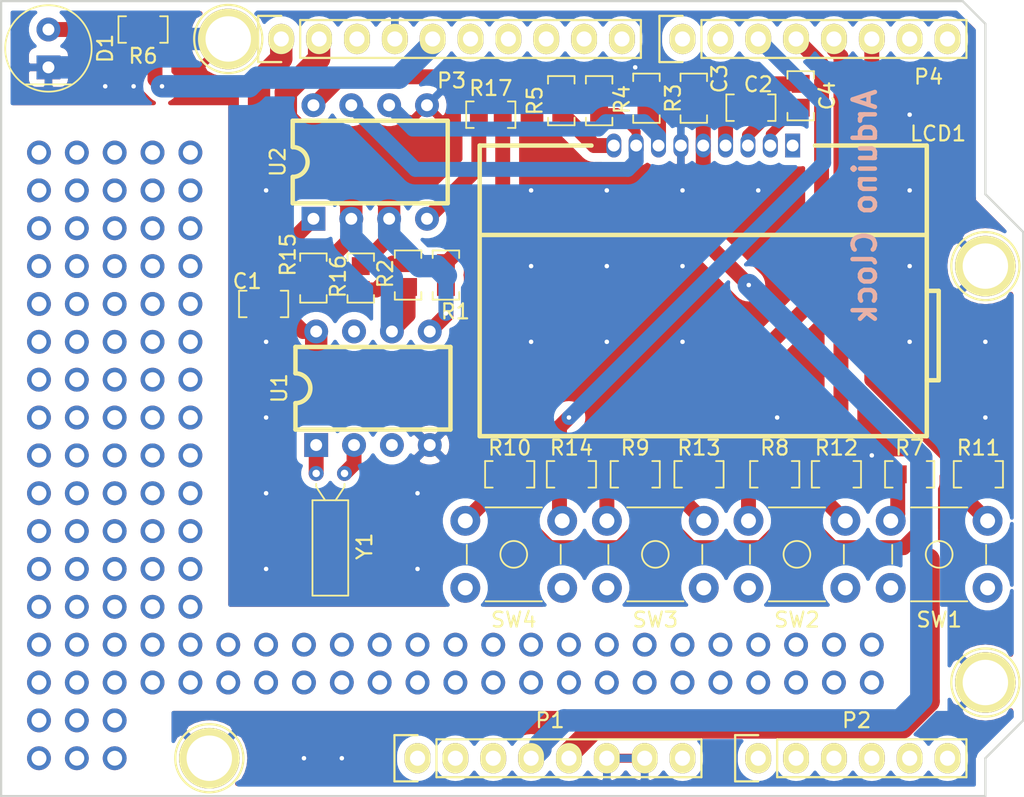
<source format=kicad_pcb>
(kicad_pcb (version 20171130) (host pcbnew "(5.1.12)-1")
  (layers (0 F.Cu signal) (31 B.Cu signal) (36 B.SilkS user) (37 F.SilkS user) (38 B.Mask user) (39 F.Mask user) (44 Edge.Cuts user))
  (net 0 "")
  (net 1 GND)
  (net 2 +5V)
  (net 3 "Net-(C2-Pad1)")
  (net 4 "Net-(C2-Pad2)")
  (net 5 "Net-(C4-Pad1)")
  (net 6 "Net-(D1-Pad2)")
  (net 7 "Net-(LCD1-Pad1)")
  (net 8 "/A5(SCL)")
  (net 9 "/A4(SDA)")
  (net 10 "Net-(LCD1-Pad9)")
  (net 11 /Vin)
  (net 12 +3V3)
  (net 13 /Reset)
  (net 14 /IOREF)
  (net 15 "Net-(P1-Pad1)")
  (net 16 /A5)
  (net 17 /A4)
  (net 18 /A3)
  (net 19 /A2)
  (net 20 /A1)
  (net 21 /A0)
  (net 22 /8)
  (net 23 "/9(**)")
  (net 24 "/10(**/SS)")
  (net 25 "/11(**/MOSI)")
  (net 26 "/12(MISO)")
  (net 27 "/13(SCK)")
  (net 28 /AREF)
  (net 29 "/0(Rx)")
  (net 30 "/1(Tx)")
  (net 31 /2)
  (net 32 "/3(**)")
  (net 33 /4)
  (net 34 "/5(**)")
  (net 35 "/6(**)")
  (net 36 /7)
  (net 37 "Net-(U1-Pad1)")
  (net 38 "Net-(U1-Pad2)")
  (net 39 "Net-(U1-Pad3)")
  (net 40 "Net-(U1-Pad7)")
  (net 41 "Net-(LCD1-Pad8)")
  (net 42 "Net-(LCD1-Pad7)")
  (net 43 "Net-(R7-Pad1)")
  (net 44 "Net-(R8-Pad1)")
  (net 45 "Net-(R9-Pad2)")
  (net 46 "Net-(R10-Pad2)")
  (net 47 "Net-(R17-Pad2)")
  (module kicad_add:lcd_AQM0802A-RN-GBW (layer F.Cu) (at 167.9336 82.5279 180)
    (fp_text reference LCD1 (at -15.755 0.8) (layer F.SilkS))
    (fp_text value AQM0802A-RN-GBW)
    (pad 9 thru_hole oval (at 6 0 180) (size 1 1.6) (drill 0.8) (layers *.Cu *.Mask) (net 10 "Net-(LCD1-Pad9)"))
    (pad 8 thru_hole oval (at 4.5 0 180) (size 1 1.6) (drill 0.8) (layers *.Cu *.Mask) (net 41 "Net-(LCD1-Pad8)"))
    (pad 7 thru_hole oval (at 3 0 180) (size 1 1.6) (drill 0.8) (layers *.Cu *.Mask) (net 42 "Net-(LCD1-Pad7)"))
    (pad 6 thru_hole oval (at 1.5 0 180) (size 1 1.6) (drill 0.8) (layers *.Cu *.Mask) (net 1 GND))
    (pad 5 thru_hole oval (at 0 0 180) (size 1 1.6) (drill 0.8) (layers *.Cu *.Mask) (net 12 +3V3))
    (pad 4 thru_hole oval (at -1.5 0 180) (size 1 1.6) (drill 0.8) (layers *.Cu *.Mask) (net 4 "Net-(C2-Pad2)"))
    (pad 3 thru_hole oval (at -3 0 180) (size 1 1.6) (drill 0.8) (layers *.Cu *.Mask) (net 3 "Net-(C2-Pad1)"))
    (pad 2 thru_hole oval (at -4.5 0 180) (size 1 1.6) (drill 0.8) (layers *.Cu *.Mask) (net 5 "Net-(C4-Pad1)"))
    (pad 1 thru_hole rect (at -6 0 180) (size 1 1.6) (drill 0.8) (layers *.Cu *.Mask) (net 7 "Net-(LCD1-Pad1)"))
  )
  (module kicad_arduino_LCD:Universal (layer F.Cu) (at 128.4436 121.0979)
    (fp_text reference REF** hide)
    (fp_text value Universal hide)
    (pad 1 thru_hole circle (at 0 0) (size 1.6 1.6) (drill 1) (layers *.Cu *.Mask))
  )
  (module kicad_arduino_LCD:Universal (layer F.Cu) (at 128.4436 123.6379)
    (fp_text reference REF** hide)
    (fp_text value Universal hide)
    (pad 1 thru_hole circle (at 0 0) (size 1.6 1.6) (drill 1) (layers *.Cu *.Mask))
  )
  (module kicad_arduino_LCD:Universal (layer F.Cu) (at 125.9036 121.0979)
    (fp_text reference REF** hide)
    (fp_text value Universal hide)
    (pad 1 thru_hole circle (at 0 0) (size 1.6 1.6) (drill 1) (layers *.Cu *.Mask))
  )
  (module kicad_arduino_LCD:Universal (layer F.Cu) (at 125.9036 123.6379)
    (fp_text reference REF** hide)
    (fp_text value Universal hide)
    (pad 1 thru_hole circle (at 0 0) (size 1.6 1.6) (drill 1) (layers *.Cu *.Mask))
  )
  (module kicad_arduino_LCD:Universal (layer F.Cu) (at 123.3636 121.0979)
    (fp_text reference REF** hide)
    (fp_text value Universal hide)
    (pad 1 thru_hole circle (at 0 0) (size 1.6 1.6) (drill 1) (layers *.Cu *.Mask))
  )
  (module kicad_arduino_LCD:Universal (layer F.Cu) (at 123.3636 123.6379)
    (fp_text reference REF** hide)
    (fp_text value Universal hide)
    (pad 1 thru_hole circle (at 0 0) (size 1.6 1.6) (drill 1) (layers *.Cu *.Mask))
  )
  (module kicad_arduino_LCD:Universal (layer F.Cu) (at 179.2436 116.0179)
    (fp_text reference REF** hide)
    (fp_text value Universal hide)
    (pad 1 thru_hole circle (at 0 0) (size 1.6 1.6) (drill 1) (layers *.Cu *.Mask))
  )
  (module kicad_arduino_LCD:Universal (layer F.Cu) (at 179.2436 118.5579)
    (fp_text reference REF** hide)
    (fp_text value Universal hide)
    (pad 1 thru_hole circle (at 0 0) (size 1.6 1.6) (drill 1) (layers *.Cu *.Mask))
  )
  (module kicad_arduino_LCD:Universal (layer F.Cu) (at 176.7036 116.0179)
    (fp_text reference REF** hide)
    (fp_text value Universal hide)
    (pad 1 thru_hole circle (at 0 0) (size 1.6 1.6) (drill 1) (layers *.Cu *.Mask))
  )
  (module kicad_arduino_LCD:Universal (layer F.Cu) (at 174.1636 118.5579)
    (fp_text reference REF** hide)
    (fp_text value Universal hide)
    (pad 1 thru_hole circle (at 0 0) (size 1.6 1.6) (drill 1) (layers *.Cu *.Mask))
  )
  (module kicad_arduino_LCD:Universal (layer F.Cu) (at 176.7036 118.5579)
    (fp_text reference REF** hide)
    (fp_text value Universal hide)
    (pad 1 thru_hole circle (at 0 0) (size 1.6 1.6) (drill 1) (layers *.Cu *.Mask))
  )
  (module kicad_arduino_LCD:Universal (layer F.Cu) (at 174.1636 116.0179)
    (fp_text reference REF** hide)
    (fp_text value Universal hide)
    (pad 1 thru_hole circle (at 0 0) (size 1.6 1.6) (drill 1) (layers *.Cu *.Mask))
  )
  (module kicad_arduino_LCD:Universal (layer F.Cu) (at 169.0836 118.5579)
    (fp_text reference REF** hide)
    (fp_text value Universal hide)
    (pad 1 thru_hole circle (at 0 0) (size 1.6 1.6) (drill 1) (layers *.Cu *.Mask))
  )
  (module kicad_arduino_LCD:Universal (layer F.Cu) (at 161.4636 118.5579)
    (fp_text reference REF** hide)
    (fp_text value Universal hide)
    (pad 1 thru_hole circle (at 0 0) (size 1.6 1.6) (drill 1) (layers *.Cu *.Mask))
  )
  (module kicad_arduino_LCD:Universal (layer F.Cu) (at 171.6236 118.5579)
    (fp_text reference REF** hide)
    (fp_text value Universal hide)
    (pad 1 thru_hole circle (at 0 0) (size 1.6 1.6) (drill 1) (layers *.Cu *.Mask))
  )
  (module kicad_arduino_LCD:Universal (layer F.Cu) (at 164.0036 118.5579)
    (fp_text reference REF** hide)
    (fp_text value Universal hide)
    (pad 1 thru_hole circle (at 0 0) (size 1.6 1.6) (drill 1) (layers *.Cu *.Mask))
  )
  (module kicad_arduino_LCD:Universal (layer F.Cu) (at 166.5436 118.5579)
    (fp_text reference REF** hide)
    (fp_text value Universal hide)
    (pad 1 thru_hole circle (at 0 0) (size 1.6 1.6) (drill 1) (layers *.Cu *.Mask))
  )
  (module kicad_arduino_LCD:Universal (layer F.Cu) (at 169.0836 116.0179)
    (fp_text reference REF** hide)
    (fp_text value Universal hide)
    (pad 1 thru_hole circle (at 0 0) (size 1.6 1.6) (drill 1) (layers *.Cu *.Mask))
  )
  (module kicad_arduino_LCD:Universal (layer F.Cu) (at 161.4636 116.0179)
    (fp_text reference REF** hide)
    (fp_text value Universal hide)
    (pad 1 thru_hole circle (at 0 0) (size 1.6 1.6) (drill 1) (layers *.Cu *.Mask))
  )
  (module kicad_arduino_LCD:Universal (layer F.Cu) (at 171.6236 116.0179)
    (fp_text reference REF** hide)
    (fp_text value Universal hide)
    (pad 1 thru_hole circle (at 0 0) (size 1.6 1.6) (drill 1) (layers *.Cu *.Mask))
  )
  (module kicad_arduino_LCD:Universal (layer F.Cu) (at 164.0036 116.0179)
    (fp_text reference REF** hide)
    (fp_text value Universal hide)
    (pad 1 thru_hole circle (at 0 0) (size 1.6 1.6) (drill 1) (layers *.Cu *.Mask))
  )
  (module kicad_arduino_LCD:Universal (layer F.Cu) (at 166.5436 116.0179)
    (fp_text reference REF** hide)
    (fp_text value Universal hide)
    (pad 1 thru_hole circle (at 0 0) (size 1.6 1.6) (drill 1) (layers *.Cu *.Mask))
  )
  (module kicad_arduino_LCD:Universal (layer F.Cu) (at 156.3836 118.5579)
    (fp_text reference REF** hide)
    (fp_text value Universal hide)
    (pad 1 thru_hole circle (at 0 0) (size 1.6 1.6) (drill 1) (layers *.Cu *.Mask))
  )
  (module kicad_arduino_LCD:Universal (layer F.Cu) (at 148.7636 118.5579)
    (fp_text reference REF** hide)
    (fp_text value Universal hide)
    (pad 1 thru_hole circle (at 0 0) (size 1.6 1.6) (drill 1) (layers *.Cu *.Mask))
  )
  (module kicad_arduino_LCD:Universal (layer F.Cu) (at 158.9236 118.5579)
    (fp_text reference REF** hide)
    (fp_text value Universal hide)
    (pad 1 thru_hole circle (at 0 0) (size 1.6 1.6) (drill 1) (layers *.Cu *.Mask))
  )
  (module kicad_arduino_LCD:Universal (layer F.Cu) (at 151.3036 118.5579)
    (fp_text reference REF** hide)
    (fp_text value Universal hide)
    (pad 1 thru_hole circle (at 0 0) (size 1.6 1.6) (drill 1) (layers *.Cu *.Mask))
  )
  (module kicad_arduino_LCD:Universal (layer F.Cu) (at 153.8436 118.5579)
    (fp_text reference REF** hide)
    (fp_text value Universal hide)
    (pad 1 thru_hole circle (at 0 0) (size 1.6 1.6) (drill 1) (layers *.Cu *.Mask))
  )
  (module kicad_arduino_LCD:Universal (layer F.Cu) (at 156.3836 116.0179)
    (fp_text reference REF** hide)
    (fp_text value Universal hide)
    (pad 1 thru_hole circle (at 0 0) (size 1.6 1.6) (drill 1) (layers *.Cu *.Mask))
  )
  (module kicad_arduino_LCD:Universal (layer F.Cu) (at 148.7636 116.0179)
    (fp_text reference REF** hide)
    (fp_text value Universal hide)
    (pad 1 thru_hole circle (at 0 0) (size 1.6 1.6) (drill 1) (layers *.Cu *.Mask))
  )
  (module kicad_arduino_LCD:Universal (layer F.Cu) (at 158.9236 116.0179)
    (fp_text reference REF** hide)
    (fp_text value Universal hide)
    (pad 1 thru_hole circle (at 0 0) (size 1.6 1.6) (drill 1) (layers *.Cu *.Mask))
  )
  (module kicad_arduino_LCD:Universal (layer F.Cu) (at 151.3036 116.0179)
    (fp_text reference REF** hide)
    (fp_text value Universal hide)
    (pad 1 thru_hole circle (at 0 0) (size 1.6 1.6) (drill 1) (layers *.Cu *.Mask))
  )
  (module kicad_arduino_LCD:Universal (layer F.Cu) (at 153.8436 116.0179)
    (fp_text reference REF** hide)
    (fp_text value Universal hide)
    (pad 1 thru_hole circle (at 0 0) (size 1.6 1.6) (drill 1) (layers *.Cu *.Mask))
  )
  (module kicad_arduino_LCD:Universal (layer F.Cu) (at 143.6836 118.5579)
    (fp_text reference REF** hide)
    (fp_text value Universal hide)
    (pad 1 thru_hole circle (at 0 0) (size 1.6 1.6) (drill 1) (layers *.Cu *.Mask))
  )
  (module kicad_arduino_LCD:Universal (layer F.Cu) (at 136.0636 118.5579)
    (fp_text reference REF** hide)
    (fp_text value Universal hide)
    (pad 1 thru_hole circle (at 0 0) (size 1.6 1.6) (drill 1) (layers *.Cu *.Mask))
  )
  (module kicad_arduino_LCD:Universal (layer F.Cu) (at 146.2236 118.5579)
    (fp_text reference REF** hide)
    (fp_text value Universal hide)
    (pad 1 thru_hole circle (at 0 0) (size 1.6 1.6) (drill 1) (layers *.Cu *.Mask))
  )
  (module kicad_arduino_LCD:Universal (layer F.Cu) (at 138.6036 118.5579)
    (fp_text reference REF** hide)
    (fp_text value Universal hide)
    (pad 1 thru_hole circle (at 0 0) (size 1.6 1.6) (drill 1) (layers *.Cu *.Mask))
  )
  (module kicad_arduino_LCD:Universal (layer F.Cu) (at 141.1436 118.5579)
    (fp_text reference REF** hide)
    (fp_text value Universal hide)
    (pad 1 thru_hole circle (at 0 0) (size 1.6 1.6) (drill 1) (layers *.Cu *.Mask))
  )
  (module kicad_arduino_LCD:Universal (layer F.Cu) (at 143.6836 116.0179)
    (fp_text reference REF** hide)
    (fp_text value Universal hide)
    (pad 1 thru_hole circle (at 0 0) (size 1.6 1.6) (drill 1) (layers *.Cu *.Mask))
  )
  (module kicad_arduino_LCD:Universal (layer F.Cu) (at 136.0636 116.0179)
    (fp_text reference REF** hide)
    (fp_text value Universal hide)
    (pad 1 thru_hole circle (at 0 0) (size 1.6 1.6) (drill 1) (layers *.Cu *.Mask))
  )
  (module kicad_arduino_LCD:Universal (layer F.Cu) (at 146.2236 116.0179)
    (fp_text reference REF** hide)
    (fp_text value Universal hide)
    (pad 1 thru_hole circle (at 0 0) (size 1.6 1.6) (drill 1) (layers *.Cu *.Mask))
  )
  (module kicad_arduino_LCD:Universal (layer F.Cu) (at 138.6036 116.0179)
    (fp_text reference REF** hide)
    (fp_text value Universal hide)
    (pad 1 thru_hole circle (at 0 0) (size 1.6 1.6) (drill 1) (layers *.Cu *.Mask))
  )
  (module kicad_arduino_LCD:Universal (layer F.Cu) (at 141.1436 116.0179)
    (fp_text reference REF** hide)
    (fp_text value Universal hide)
    (pad 1 thru_hole circle (at 0 0) (size 1.6 1.6) (drill 1) (layers *.Cu *.Mask))
  )
  (module kicad_arduino_LCD:Universal (layer F.Cu) (at 130.9836 118.5579)
    (fp_text reference REF** hide)
    (fp_text value Universal hide)
    (pad 1 thru_hole circle (at 0 0) (size 1.6 1.6) (drill 1) (layers *.Cu *.Mask))
  )
  (module kicad_arduino_LCD:Universal (layer F.Cu) (at 123.3636 118.5579)
    (fp_text reference REF** hide)
    (fp_text value Universal hide)
    (pad 1 thru_hole circle (at 0 0) (size 1.6 1.6) (drill 1) (layers *.Cu *.Mask))
  )
  (module kicad_arduino_LCD:Universal (layer F.Cu) (at 133.5236 118.5579)
    (fp_text reference REF** hide)
    (fp_text value Universal hide)
    (pad 1 thru_hole circle (at 0 0) (size 1.6 1.6) (drill 1) (layers *.Cu *.Mask))
  )
  (module kicad_arduino_LCD:Universal (layer F.Cu) (at 125.9036 118.5579)
    (fp_text reference REF** hide)
    (fp_text value Universal hide)
    (pad 1 thru_hole circle (at 0 0) (size 1.6 1.6) (drill 1) (layers *.Cu *.Mask))
  )
  (module kicad_arduino_LCD:Universal (layer F.Cu) (at 128.4436 118.5579)
    (fp_text reference REF** hide)
    (fp_text value Universal hide)
    (pad 1 thru_hole circle (at 0 0) (size 1.6 1.6) (drill 1) (layers *.Cu *.Mask))
  )
  (module kicad_arduino_LCD:Universal (layer F.Cu) (at 130.9836 116.0179)
    (fp_text reference REF** hide)
    (fp_text value Universal hide)
    (pad 1 thru_hole circle (at 0 0) (size 1.6 1.6) (drill 1) (layers *.Cu *.Mask))
  )
  (module kicad_arduino_LCD:Universal (layer F.Cu) (at 123.3636 116.0179)
    (fp_text reference REF** hide)
    (fp_text value Universal hide)
    (pad 1 thru_hole circle (at 0 0) (size 1.6 1.6) (drill 1) (layers *.Cu *.Mask))
  )
  (module kicad_arduino_LCD:Universal (layer F.Cu) (at 133.5236 116.0179)
    (fp_text reference REF** hide)
    (fp_text value Universal hide)
    (pad 1 thru_hole circle (at 0 0) (size 1.6 1.6) (drill 1) (layers *.Cu *.Mask))
  )
  (module kicad_arduino_LCD:Universal (layer F.Cu) (at 125.9036 116.0179)
    (fp_text reference REF** hide)
    (fp_text value Universal hide)
    (pad 1 thru_hole circle (at 0 0) (size 1.6 1.6) (drill 1) (layers *.Cu *.Mask))
  )
  (module kicad_arduino_LCD:Universal (layer F.Cu) (at 128.4436 116.0179)
    (fp_text reference REF** hide)
    (fp_text value Universal hide)
    (pad 1 thru_hole circle (at 0 0) (size 1.6 1.6) (drill 1) (layers *.Cu *.Mask))
  )
  (module kicad_arduino_LCD:Universal (layer F.Cu) (at 130.9836 113.4779)
    (fp_text reference REF** hide)
    (fp_text value Universal hide)
    (pad 1 thru_hole circle (at 0 0) (size 1.6 1.6) (drill 1) (layers *.Cu *.Mask))
  )
  (module kicad_arduino_LCD:Universal (layer F.Cu) (at 123.3636 113.4779)
    (fp_text reference REF** hide)
    (fp_text value Universal hide)
    (pad 1 thru_hole circle (at 0 0) (size 1.6 1.6) (drill 1) (layers *.Cu *.Mask))
  )
  (module kicad_arduino_LCD:Universal (layer F.Cu) (at 133.5236 113.4779)
    (fp_text reference REF** hide)
    (fp_text value Universal hide)
    (pad 1 thru_hole circle (at 0 0) (size 1.6 1.6) (drill 1) (layers *.Cu *.Mask))
  )
  (module kicad_arduino_LCD:Universal (layer F.Cu) (at 125.9036 113.4779)
    (fp_text reference REF** hide)
    (fp_text value Universal hide)
    (pad 1 thru_hole circle (at 0 0) (size 1.6 1.6) (drill 1) (layers *.Cu *.Mask))
  )
  (module kicad_arduino_LCD:Universal (layer F.Cu) (at 128.4436 113.4779)
    (fp_text reference REF** hide)
    (fp_text value Universal hide)
    (pad 1 thru_hole circle (at 0 0) (size 1.6 1.6) (drill 1) (layers *.Cu *.Mask))
  )
  (module kicad_arduino_LCD:Universal (layer F.Cu) (at 130.9836 110.9379)
    (fp_text reference REF** hide)
    (fp_text value Universal hide)
    (pad 1 thru_hole circle (at 0 0) (size 1.6 1.6) (drill 1) (layers *.Cu *.Mask))
  )
  (module kicad_arduino_LCD:Universal (layer F.Cu) (at 123.3636 110.9379)
    (fp_text reference REF** hide)
    (fp_text value Universal hide)
    (pad 1 thru_hole circle (at 0 0) (size 1.6 1.6) (drill 1) (layers *.Cu *.Mask))
  )
  (module kicad_arduino_LCD:Universal (layer F.Cu) (at 133.5236 110.9379)
    (fp_text reference REF** hide)
    (fp_text value Universal hide)
    (pad 1 thru_hole circle (at 0 0) (size 1.6 1.6) (drill 1) (layers *.Cu *.Mask))
  )
  (module kicad_arduino_LCD:Universal (layer F.Cu) (at 125.9036 110.9379)
    (fp_text reference REF** hide)
    (fp_text value Universal hide)
    (pad 1 thru_hole circle (at 0 0) (size 1.6 1.6) (drill 1) (layers *.Cu *.Mask))
  )
  (module kicad_arduino_LCD:Universal (layer F.Cu) (at 128.4436 110.9379)
    (fp_text reference REF** hide)
    (fp_text value Universal hide)
    (pad 1 thru_hole circle (at 0 0) (size 1.6 1.6) (drill 1) (layers *.Cu *.Mask))
  )
  (module kicad_arduino_LCD:Universal (layer F.Cu) (at 130.9836 108.3979)
    (fp_text reference REF** hide)
    (fp_text value Universal hide)
    (pad 1 thru_hole circle (at 0 0) (size 1.6 1.6) (drill 1) (layers *.Cu *.Mask))
  )
  (module kicad_arduino_LCD:Universal (layer F.Cu) (at 123.3636 108.3979)
    (fp_text reference REF** hide)
    (fp_text value Universal hide)
    (pad 1 thru_hole circle (at 0 0) (size 1.6 1.6) (drill 1) (layers *.Cu *.Mask))
  )
  (module kicad_arduino_LCD:Universal (layer F.Cu) (at 133.5236 108.3979)
    (fp_text reference REF** hide)
    (fp_text value Universal hide)
    (pad 1 thru_hole circle (at 0 0) (size 1.6 1.6) (drill 1) (layers *.Cu *.Mask))
  )
  (module kicad_arduino_LCD:Universal (layer F.Cu) (at 125.9036 108.3979)
    (fp_text reference REF** hide)
    (fp_text value Universal hide)
    (pad 1 thru_hole circle (at 0 0) (size 1.6 1.6) (drill 1) (layers *.Cu *.Mask))
  )
  (module kicad_arduino_LCD:Universal (layer F.Cu) (at 128.4436 108.3979)
    (fp_text reference REF** hide)
    (fp_text value Universal hide)
    (pad 1 thru_hole circle (at 0 0) (size 1.6 1.6) (drill 1) (layers *.Cu *.Mask))
  )
  (module kicad_arduino_LCD:Universal (layer F.Cu) (at 130.9836 105.8579)
    (fp_text reference REF** hide)
    (fp_text value Universal hide)
    (pad 1 thru_hole circle (at 0 0) (size 1.6 1.6) (drill 1) (layers *.Cu *.Mask))
  )
  (module kicad_arduino_LCD:Universal (layer F.Cu) (at 123.3636 105.8579)
    (fp_text reference REF** hide)
    (fp_text value Universal hide)
    (pad 1 thru_hole circle (at 0 0) (size 1.6 1.6) (drill 1) (layers *.Cu *.Mask))
  )
  (module kicad_arduino_LCD:Universal (layer F.Cu) (at 133.5236 105.8579)
    (fp_text reference REF** hide)
    (fp_text value Universal hide)
    (pad 1 thru_hole circle (at 0 0) (size 1.6 1.6) (drill 1) (layers *.Cu *.Mask))
  )
  (module kicad_arduino_LCD:Universal (layer F.Cu) (at 125.9036 105.8579)
    (fp_text reference REF** hide)
    (fp_text value Universal hide)
    (pad 1 thru_hole circle (at 0 0) (size 1.6 1.6) (drill 1) (layers *.Cu *.Mask))
  )
  (module kicad_arduino_LCD:Universal (layer F.Cu) (at 128.4436 105.8579)
    (fp_text reference REF** hide)
    (fp_text value Universal hide)
    (pad 1 thru_hole circle (at 0 0) (size 1.6 1.6) (drill 1) (layers *.Cu *.Mask))
  )
  (module kicad_arduino_LCD:Universal (layer F.Cu) (at 130.9836 103.3179)
    (fp_text reference REF** hide)
    (fp_text value Universal hide)
    (pad 1 thru_hole circle (at 0 0) (size 1.6 1.6) (drill 1) (layers *.Cu *.Mask))
  )
  (module kicad_arduino_LCD:Universal (layer F.Cu) (at 123.3636 103.3179)
    (fp_text reference REF** hide)
    (fp_text value Universal hide)
    (pad 1 thru_hole circle (at 0 0) (size 1.6 1.6) (drill 1) (layers *.Cu *.Mask))
  )
  (module kicad_arduino_LCD:Universal (layer F.Cu) (at 133.5236 103.3179)
    (fp_text reference REF** hide)
    (fp_text value Universal hide)
    (pad 1 thru_hole circle (at 0 0) (size 1.6 1.6) (drill 1) (layers *.Cu *.Mask))
  )
  (module kicad_arduino_LCD:Universal (layer F.Cu) (at 125.9036 103.3179)
    (fp_text reference REF** hide)
    (fp_text value Universal hide)
    (pad 1 thru_hole circle (at 0 0) (size 1.6 1.6) (drill 1) (layers *.Cu *.Mask))
  )
  (module kicad_arduino_LCD:Universal (layer F.Cu) (at 128.4436 103.3179)
    (fp_text reference REF** hide)
    (fp_text value Universal hide)
    (pad 1 thru_hole circle (at 0 0) (size 1.6 1.6) (drill 1) (layers *.Cu *.Mask))
  )
  (module kicad_arduino_LCD:Universal (layer F.Cu) (at 130.9836 100.7779)
    (fp_text reference REF** hide)
    (fp_text value Universal hide)
    (pad 1 thru_hole circle (at 0 0) (size 1.6 1.6) (drill 1) (layers *.Cu *.Mask))
  )
  (module kicad_arduino_LCD:Universal (layer F.Cu) (at 123.3636 100.7779)
    (fp_text reference REF** hide)
    (fp_text value Universal hide)
    (pad 1 thru_hole circle (at 0 0) (size 1.6 1.6) (drill 1) (layers *.Cu *.Mask))
  )
  (module kicad_arduino_LCD:Universal (layer F.Cu) (at 133.5236 100.7779)
    (fp_text reference REF** hide)
    (fp_text value Universal hide)
    (pad 1 thru_hole circle (at 0 0) (size 1.6 1.6) (drill 1) (layers *.Cu *.Mask))
  )
  (module kicad_arduino_LCD:Universal (layer F.Cu) (at 125.9036 100.7779)
    (fp_text reference REF** hide)
    (fp_text value Universal hide)
    (pad 1 thru_hole circle (at 0 0) (size 1.6 1.6) (drill 1) (layers *.Cu *.Mask))
  )
  (module kicad_arduino_LCD:Universal (layer F.Cu) (at 128.4436 100.7779)
    (fp_text reference REF** hide)
    (fp_text value Universal hide)
    (pad 1 thru_hole circle (at 0 0) (size 1.6 1.6) (drill 1) (layers *.Cu *.Mask))
  )
  (module kicad_arduino_LCD:Universal (layer F.Cu) (at 130.9836 98.2379)
    (fp_text reference REF** hide)
    (fp_text value Universal hide)
    (pad 1 thru_hole circle (at 0 0) (size 1.6 1.6) (drill 1) (layers *.Cu *.Mask))
  )
  (module kicad_arduino_LCD:Universal (layer F.Cu) (at 123.3636 98.2379)
    (fp_text reference REF** hide)
    (fp_text value Universal hide)
    (pad 1 thru_hole circle (at 0 0) (size 1.6 1.6) (drill 1) (layers *.Cu *.Mask))
  )
  (module kicad_arduino_LCD:Universal (layer F.Cu) (at 133.5236 98.2379)
    (fp_text reference REF** hide)
    (fp_text value Universal hide)
    (pad 1 thru_hole circle (at 0 0) (size 1.6 1.6) (drill 1) (layers *.Cu *.Mask))
  )
  (module kicad_arduino_LCD:Universal (layer F.Cu) (at 125.9036 98.2379)
    (fp_text reference REF** hide)
    (fp_text value Universal hide)
    (pad 1 thru_hole circle (at 0 0) (size 1.6 1.6) (drill 1) (layers *.Cu *.Mask))
  )
  (module kicad_arduino_LCD:Universal (layer F.Cu) (at 128.4436 98.2379)
    (fp_text reference REF** hide)
    (fp_text value Universal hide)
    (pad 1 thru_hole circle (at 0 0) (size 1.6 1.6) (drill 1) (layers *.Cu *.Mask))
  )
  (module kicad_arduino_LCD:Universal (layer F.Cu) (at 130.9836 95.6979)
    (fp_text reference REF** hide)
    (fp_text value Universal hide)
    (pad 1 thru_hole circle (at 0 0) (size 1.6 1.6) (drill 1) (layers *.Cu *.Mask))
  )
  (module kicad_arduino_LCD:Universal (layer F.Cu) (at 123.3636 95.6979)
    (fp_text reference REF** hide)
    (fp_text value Universal hide)
    (pad 1 thru_hole circle (at 0 0) (size 1.6 1.6) (drill 1) (layers *.Cu *.Mask))
  )
  (module kicad_arduino_LCD:Universal (layer F.Cu) (at 133.5236 95.6979)
    (fp_text reference REF** hide)
    (fp_text value Universal hide)
    (pad 1 thru_hole circle (at 0 0) (size 1.6 1.6) (drill 1) (layers *.Cu *.Mask))
  )
  (module kicad_arduino_LCD:Universal (layer F.Cu) (at 125.9036 95.6979)
    (fp_text reference REF** hide)
    (fp_text value Universal hide)
    (pad 1 thru_hole circle (at 0 0) (size 1.6 1.6) (drill 1) (layers *.Cu *.Mask))
  )
  (module kicad_arduino_LCD:Universal (layer F.Cu) (at 128.4436 95.6979)
    (fp_text reference REF** hide)
    (fp_text value Universal hide)
    (pad 1 thru_hole circle (at 0 0) (size 1.6 1.6) (drill 1) (layers *.Cu *.Mask))
  )
  (module kicad_arduino_LCD:Universal (layer F.Cu) (at 130.9836 93.1579)
    (fp_text reference REF** hide)
    (fp_text value Universal hide)
    (pad 1 thru_hole circle (at 0 0) (size 1.6 1.6) (drill 1) (layers *.Cu *.Mask))
  )
  (module kicad_arduino_LCD:Universal (layer F.Cu) (at 123.3636 93.1579)
    (fp_text reference REF** hide)
    (fp_text value Universal hide)
    (pad 1 thru_hole circle (at 0 0) (size 1.6 1.6) (drill 1) (layers *.Cu *.Mask))
  )
  (module kicad_arduino_LCD:Universal (layer F.Cu) (at 133.5236 93.1579)
    (fp_text reference REF** hide)
    (fp_text value Universal hide)
    (pad 1 thru_hole circle (at 0 0) (size 1.6 1.6) (drill 1) (layers *.Cu *.Mask))
  )
  (module kicad_arduino_LCD:Universal (layer F.Cu) (at 125.9036 93.1579)
    (fp_text reference REF** hide)
    (fp_text value Universal hide)
    (pad 1 thru_hole circle (at 0 0) (size 1.6 1.6) (drill 1) (layers *.Cu *.Mask))
  )
  (module kicad_arduino_LCD:Universal (layer F.Cu) (at 128.4436 93.1579)
    (fp_text reference REF** hide)
    (fp_text value Universal hide)
    (pad 1 thru_hole circle (at 0 0) (size 1.6 1.6) (drill 1) (layers *.Cu *.Mask))
  )
  (module kicad_arduino_LCD:Universal (layer F.Cu) (at 130.9836 90.6179)
    (fp_text reference REF** hide)
    (fp_text value Universal hide)
    (pad 1 thru_hole circle (at 0 0) (size 1.6 1.6) (drill 1) (layers *.Cu *.Mask))
  )
  (module kicad_arduino_LCD:Universal (layer F.Cu) (at 123.3636 90.6179)
    (fp_text reference REF** hide)
    (fp_text value Universal hide)
    (pad 1 thru_hole circle (at 0 0) (size 1.6 1.6) (drill 1) (layers *.Cu *.Mask))
  )
  (module kicad_arduino_LCD:Universal (layer F.Cu) (at 133.5236 90.6179)
    (fp_text reference REF** hide)
    (fp_text value Universal hide)
    (pad 1 thru_hole circle (at 0 0) (size 1.6 1.6) (drill 1) (layers *.Cu *.Mask))
  )
  (module kicad_arduino_LCD:Universal (layer F.Cu) (at 125.9036 90.6179)
    (fp_text reference REF** hide)
    (fp_text value Universal hide)
    (pad 1 thru_hole circle (at 0 0) (size 1.6 1.6) (drill 1) (layers *.Cu *.Mask))
  )
  (module kicad_arduino_LCD:Universal (layer F.Cu) (at 128.4436 90.6179)
    (fp_text reference REF** hide)
    (fp_text value Universal hide)
    (pad 1 thru_hole circle (at 0 0) (size 1.6 1.6) (drill 1) (layers *.Cu *.Mask))
  )
  (module kicad_arduino_LCD:Universal (layer F.Cu) (at 130.9836 88.0779)
    (fp_text reference REF** hide)
    (fp_text value Universal hide)
    (pad 1 thru_hole circle (at 0 0) (size 1.6 1.6) (drill 1) (layers *.Cu *.Mask))
  )
  (module kicad_arduino_LCD:Universal (layer F.Cu) (at 123.3636 88.0779)
    (fp_text reference REF** hide)
    (fp_text value Universal hide)
    (pad 1 thru_hole circle (at 0 0) (size 1.6 1.6) (drill 1) (layers *.Cu *.Mask))
  )
  (module kicad_arduino_LCD:Universal (layer F.Cu) (at 133.5236 88.0779)
    (fp_text reference REF** hide)
    (fp_text value Universal hide)
    (pad 1 thru_hole circle (at 0 0) (size 1.6 1.6) (drill 1) (layers *.Cu *.Mask))
  )
  (module kicad_arduino_LCD:Universal (layer F.Cu) (at 125.9036 88.0779)
    (fp_text reference REF** hide)
    (fp_text value Universal hide)
    (pad 1 thru_hole circle (at 0 0) (size 1.6 1.6) (drill 1) (layers *.Cu *.Mask))
  )
  (module kicad_arduino_LCD:Universal (layer F.Cu) (at 128.4436 88.0779)
    (fp_text reference REF** hide)
    (fp_text value Universal hide)
    (pad 1 thru_hole circle (at 0 0) (size 1.6 1.6) (drill 1) (layers *.Cu *.Mask))
  )
  (module kicad_arduino_LCD:Universal (layer F.Cu) (at 130.9836 85.5379)
    (fp_text reference REF** hide)
    (fp_text value Universal hide)
    (pad 1 thru_hole circle (at 0 0) (size 1.6 1.6) (drill 1) (layers *.Cu *.Mask))
  )
  (module kicad_arduino_LCD:Universal (layer F.Cu) (at 123.3636 85.5379)
    (fp_text reference REF** hide)
    (fp_text value Universal hide)
    (pad 1 thru_hole circle (at 0 0) (size 1.6 1.6) (drill 1) (layers *.Cu *.Mask))
  )
  (module kicad_arduino_LCD:Universal (layer F.Cu) (at 133.5236 85.5379)
    (fp_text reference REF** hide)
    (fp_text value Universal hide)
    (pad 1 thru_hole circle (at 0 0) (size 1.6 1.6) (drill 1) (layers *.Cu *.Mask))
  )
  (module kicad_arduino_LCD:Universal (layer F.Cu) (at 125.9036 85.5379)
    (fp_text reference REF** hide)
    (fp_text value Universal hide)
    (pad 1 thru_hole circle (at 0 0) (size 1.6 1.6) (drill 1) (layers *.Cu *.Mask))
  )
  (module kicad_arduino_LCD:Universal (layer F.Cu) (at 128.4436 85.5379)
    (fp_text reference REF** hide)
    (fp_text value Universal hide)
    (pad 1 thru_hole circle (at 0 0) (size 1.6 1.6) (drill 1) (layers *.Cu *.Mask))
  )
  (module kicad_arduino_LCD:Universal (layer F.Cu) (at 133.5236 82.9979)
    (fp_text reference REF** hide)
    (fp_text value Universal hide)
    (pad 1 thru_hole circle (at 0 0) (size 1.6 1.6) (drill 1) (layers *.Cu *.Mask))
  )
  (module kicad_arduino_LCD:Universal (layer F.Cu) (at 130.9836 82.9979)
    (fp_text reference REF** hide)
    (fp_text value Universal hide)
    (pad 1 thru_hole circle (at 0 0) (size 1.6 1.6) (drill 1) (layers *.Cu *.Mask))
  )
  (module kicad_arduino_LCD:Universal (layer F.Cu) (at 128.4436 82.9979)
    (fp_text reference REF** hide)
    (fp_text value Universal hide)
    (pad 1 thru_hole circle (at 0 0) (size 1.6 1.6) (drill 1) (layers *.Cu *.Mask))
  )
  (module kicad_arduino_LCD:Universal (layer F.Cu) (at 125.9036 82.9979)
    (fp_text reference REF** hide)
    (fp_text value Universal hide)
    (pad 1 thru_hole circle (at 0 0) (size 1.6 1.6) (drill 1) (layers *.Cu *.Mask))
  )
  (module kicad_arduino_LCD:Universal (layer F.Cu) (at 123.3636 82.9979)
    (fp_text reference REF** hide)
    (fp_text value Universal hide)
    (pad 1 thru_hole circle (at 0 0) (size 1.6 1.6) (drill 1) (layers *.Cu *.Mask))
  )
  (module kicad_arduino_LCD:1608 (layer F.Cu) (at 141.7786 91.4179 90)
    (fp_text reference R15 (at 1.562 -1.7145 270) (layer F.SilkS))
    (fp_text value 10k hide)
    (pad 2 smd rect (at 0.8 0 90) (size 1.2 1.2) (layers F.Cu F.Paste F.Mask) (net 8 "/A5(SCL)"))
    (pad 1 smd rect (at -0.8 0 90) (size 1.2 1.2) (layers F.Cu F.Paste F.Mask) (net 2 +5V))
  )
  (module kicad_arduino_LCD:1608 (layer F.Cu) (at 144.9536 91.4179 90)
    (fp_text reference R16 (at 0.1015 -1.524 270) (layer F.SilkS))
    (fp_text value 10k hide)
    (pad 1 smd rect (at -0.8 0 90) (size 1.2 1.2) (layers F.Cu F.Paste F.Mask) (net 2 +5V))
    (pad 2 smd rect (at 0.8 0 90) (size 1.2 1.2) (layers F.Cu F.Paste F.Mask) (net 9 "/A4(SDA)"))
  )
  (module kicad_arduino_LCD:TactSwitch (layer F.Cu) (at 183.7636 109.9579)
    (fp_text reference SW1 (at 0 4.388) (layer F.SilkS))
    (fp_text value SW_Push_Dual_x2 hide)
    (pad 1 thru_hole circle (at -3.25 -2.25) (size 2 2) (drill 1) (layers *.Cu *.Mask) (net 43 "Net-(R7-Pad1)"))
    (pad 2 thru_hole circle (at 3.25 -2.25) (size 2 2) (drill 1) (layers *.Cu *.Mask) (net 31 /2))
    (pad 3 thru_hole circle (at -3.25 2.25) (size 2 2) (drill 1) (layers *.Cu *.Mask))
    (pad 4 thru_hole circle (at 3.25 2.25) (size 2 2) (drill 1) (layers *.Cu *.Mask))
  )
  (module Socket_Arduino_Uno:Socket_Strip_Arduino_1x08 (layer F.Cu) (at 166.5436 75.3779)
    (fp_text reference P4 (at 16.51 2.54) (layer F.SilkS))
    (fp_text value Digital)
    (pad 8 thru_hole oval (at 17.78 0) (size 1.7272 2.032) (drill 1.016) (layers *.Cu *.Mask F.SilkS) (net 29 "/0(Rx)"))
    (pad 7 thru_hole oval (at 15.24 0) (size 1.7272 2.032) (drill 1.016) (layers *.Cu *.Mask F.SilkS) (net 30 "/1(Tx)"))
    (pad 6 thru_hole oval (at 12.7 0) (size 1.7272 2.032) (drill 1.016) (layers *.Cu *.Mask F.SilkS) (net 31 /2))
    (pad 5 thru_hole oval (at 10.16 0) (size 1.7272 2.032) (drill 1.016) (layers *.Cu *.Mask F.SilkS) (net 32 "/3(**)"))
    (pad 4 thru_hole oval (at 7.62 0) (size 1.7272 2.032) (drill 1.016) (layers *.Cu *.Mask F.SilkS) (net 33 /4))
    (pad 3 thru_hole oval (at 5.08 0) (size 1.7272 2.032) (drill 1.016) (layers *.Cu *.Mask F.SilkS) (net 34 "/5(**)"))
    (pad 2 thru_hole oval (at 2.54 0) (size 1.7272 2.032) (drill 1.016) (layers *.Cu *.Mask F.SilkS) (net 35 "/6(**)"))
    (pad 1 thru_hole oval (at 0 0) (size 1.7272 2.032) (drill 1.016) (layers *.Cu *.Mask F.SilkS) (net 36 /7))
  )
  (module Socket_Arduino_Uno:Arduino_1pin (layer F.Cu) (at 186.8636 90.6179)
    (fp_text reference P8 hide)
    (fp_text value CONN_01X01 hide)
    (pad 1 thru_hole circle (at 0 0) (size 4.064 4.064) (drill 3.048) (layers *.Cu *.Mask F.SilkS) (net 1 GND))
  )
  (module Socket_Arduino_Uno:Arduino_1pin (layer F.Cu) (at 136.0636 75.3779)
    (fp_text reference P7 hide)
    (fp_text value CONN_01X01 hide)
    (pad 1 thru_hole circle (at 0 0) (size 4.064 4.064) (drill 3.048) (layers *.Cu *.Mask F.SilkS) (net 1 GND))
  )
  (module Socket_Arduino_Uno:Arduino_1pin (layer F.Cu) (at 186.8636 118.5579)
    (fp_text reference P6 hide)
    (fp_text value CONN_01X01 hide)
    (pad 1 thru_hole circle (at 0 0) (size 4.064 4.064) (drill 3.048) (layers *.Cu *.Mask F.SilkS) (net 1 GND))
  )
  (module Socket_Arduino_Uno:Socket_Strip_Arduino_1x10 (layer F.Cu) (at 139.6196 75.3779)
    (fp_text reference P3 (at 11.43 2.794) (layer F.SilkS))
    (fp_text value Digital)
    (pad 10 thru_hole oval (at 22.86 0) (size 1.7272 2.032) (drill 1.016) (layers *.Cu *.Mask F.SilkS) (net 22 /8))
    (pad 9 thru_hole oval (at 20.32 0) (size 1.7272 2.032) (drill 1.016) (layers *.Cu *.Mask F.SilkS) (net 23 "/9(**)"))
    (pad 8 thru_hole oval (at 17.78 0) (size 1.7272 2.032) (drill 1.016) (layers *.Cu *.Mask F.SilkS) (net 24 "/10(**/SS)"))
    (pad 7 thru_hole oval (at 15.24 0) (size 1.7272 2.032) (drill 1.016) (layers *.Cu *.Mask F.SilkS) (net 25 "/11(**/MOSI)"))
    (pad 6 thru_hole oval (at 12.7 0) (size 1.7272 2.032) (drill 1.016) (layers *.Cu *.Mask F.SilkS) (net 26 "/12(MISO)"))
    (pad 5 thru_hole oval (at 10.16 0) (size 1.7272 2.032) (drill 1.016) (layers *.Cu *.Mask F.SilkS) (net 27 "/13(SCK)"))
    (pad 4 thru_hole oval (at 7.62 0) (size 1.7272 2.032) (drill 1.016) (layers *.Cu *.Mask F.SilkS) (net 1 GND))
    (pad 3 thru_hole oval (at 5.08 0) (size 1.7272 2.032) (drill 1.016) (layers *.Cu *.Mask F.SilkS) (net 28 /AREF))
    (pad 2 thru_hole oval (at 2.54 0) (size 1.7272 2.032) (drill 1.016) (layers *.Cu *.Mask F.SilkS) (net 9 "/A4(SDA)"))
    (pad 1 thru_hole oval (at 0 0) (size 1.7272 2.032) (drill 1.016) (layers *.Cu *.Mask F.SilkS) (net 8 "/A5(SCL)"))
  )
  (module Socket_Arduino_Uno:Arduino_1pin (layer F.Cu) (at 134.7936 123.6379)
    (fp_text reference P5 hide)
    (fp_text value CONN_01X01 hide)
    (pad 1 thru_hole circle (at 0 0) (size 4.064 4.064) (drill 3.048) (layers *.Cu *.Mask F.SilkS) (net 1 GND))
  )
  (module Socket_Arduino_Uno:Socket_Strip_Arduino_1x06 (layer F.Cu) (at 171.6236 123.6379)
    (fp_text reference P2 (at 6.604 -2.54) (layer F.SilkS))
    (fp_text value Analog)
    (pad 6 thru_hole oval (at 12.7 0) (size 1.7272 2.032) (drill 1.016) (layers *.Cu *.Mask F.SilkS) (net 16 /A5))
    (pad 5 thru_hole oval (at 10.16 0) (size 1.7272 2.032) (drill 1.016) (layers *.Cu *.Mask F.SilkS) (net 17 /A4))
    (pad 4 thru_hole oval (at 7.62 0) (size 1.7272 2.032) (drill 1.016) (layers *.Cu *.Mask F.SilkS) (net 18 /A3))
    (pad 3 thru_hole oval (at 5.08 0) (size 1.7272 2.032) (drill 1.016) (layers *.Cu *.Mask F.SilkS) (net 19 /A2))
    (pad 2 thru_hole oval (at 2.54 0) (size 1.7272 2.032) (drill 1.016) (layers *.Cu *.Mask F.SilkS) (net 20 /A1))
    (pad 1 thru_hole oval (at 0 0) (size 1.7272 2.032) (drill 1.016) (layers *.Cu *.Mask F.SilkS) (net 21 /A0))
  )
  (module Socket_Arduino_Uno:Socket_Strip_Arduino_1x08 (layer F.Cu) (at 148.7636 123.6379)
    (fp_text reference P1 (at 8.89 -2.54) (layer F.SilkS))
    (fp_text value Power)
    (pad 8 thru_hole oval (at 17.78 0) (size 1.7272 2.032) (drill 1.016) (layers *.Cu *.Mask F.SilkS) (net 11 /Vin))
    (pad 7 thru_hole oval (at 15.24 0) (size 1.7272 2.032) (drill 1.016) (layers *.Cu *.Mask F.SilkS) (net 1 GND))
    (pad 6 thru_hole oval (at 12.7 0) (size 1.7272 2.032) (drill 1.016) (layers *.Cu *.Mask F.SilkS) (net 1 GND))
    (pad 5 thru_hole oval (at 10.16 0) (size 1.7272 2.032) (drill 1.016) (layers *.Cu *.Mask F.SilkS) (net 2 +5V))
    (pad 4 thru_hole oval (at 7.62 0) (size 1.7272 2.032) (drill 1.016) (layers *.Cu *.Mask F.SilkS) (net 12 +3V3))
    (pad 3 thru_hole oval (at 5.08 0) (size 1.7272 2.032) (drill 1.016) (layers *.Cu *.Mask F.SilkS) (net 13 /Reset))
    (pad 2 thru_hole oval (at 2.54 0) (size 1.7272 2.032) (drill 1.016) (layers *.Cu *.Mask F.SilkS) (net 14 /IOREF))
    (pad 1 thru_hole oval (at 0 0) (size 1.7272 2.032) (drill 1.016) (layers *.Cu *.Mask F.SilkS) (net 15 "Net-(P1-Pad1)"))
  )
  (module kicad_arduino_LCD:LED_5mm (layer F.Cu) (at 123.9986 76.0129 90)
    (fp_text reference D1 (at 0 3.81 90) (layer F.SilkS))
    (fp_text value "LED(RED)" hide)
    (pad 1 thru_hole rect (at -1.27 0 90) (size 1.6 1.6) (drill 0.8) (layers *.Cu *.Mask) (net 1 GND))
    (pad 2 thru_hole circle (at 1.27 0 90) (size 1.6 1.6) (drill 0.8) (layers *.Cu *.Mask) (net 6 "Net-(D1-Pad2)"))
  )
  (module kicad_arduino_LCD:1608 (layer F.Cu) (at 138.4386 93.1579)
    (fp_text reference C1 (at -1.105 -1.524) (layer F.SilkS))
    (fp_text value 0.1u hide)
    (pad 1 smd rect (at -0.8 0) (size 1.2 1.2) (layers F.Cu F.Paste F.Mask) (net 1 GND))
    (pad 2 smd rect (at 0.8 0) (size 1.2 1.2) (layers F.Cu F.Paste F.Mask) (net 2 +5V))
  )
  (module kicad_arduino_LCD:1608 (layer F.Cu) (at 171.1336 79.9879 180)
    (fp_text reference C2 (at -0.49 1.562) (layer F.SilkS))
    (fp_text value 0.1u hide)
    (pad 1 smd rect (at -0.8 0 180) (size 1.2 1.2) (layers F.Cu F.Paste F.Mask) (net 3 "Net-(C2-Pad1)"))
    (pad 2 smd rect (at 0.8 0 180) (size 1.2 1.2) (layers F.Cu F.Paste F.Mask) (net 4 "Net-(C2-Pad2)"))
  )
  (module kicad_arduino_LCD:1608 (layer F.Cu) (at 167.2986 79.3529 90)
    (fp_text reference C3 (at 1.308 1.7215 90) (layer F.SilkS))
    (fp_text value 0.1u hide)
    (pad 1 smd rect (at -0.8 0 90) (size 1.2 1.2) (layers F.Cu F.Paste F.Mask) (net 12 +3V3))
    (pad 2 smd rect (at 0.8 0 90) (size 1.2 1.2) (layers F.Cu F.Paste F.Mask) (net 1 GND))
  )
  (module kicad_arduino_LCD:1608 (layer F.Cu) (at 174.4736 79.1879 90)
    (fp_text reference C4 (at 0 1.778 90) (layer F.SilkS))
    (fp_text value 0.1u hide)
    (pad 2 smd rect (at 0.8 0 90) (size 1.2 1.2) (layers F.Cu F.Paste F.Mask) (net 12 +3V3))
    (pad 1 smd rect (at -0.8 0 90) (size 1.2 1.2) (layers F.Cu F.Paste F.Mask) (net 5 "Net-(C4-Pad1)"))
  )
  (module kicad_arduino_LCD:1608 (layer F.Cu) (at 150.6686 91.2179 270)
    (fp_text reference R1 (at 2.448 -0.635 180) (layer F.SilkS))
    (fp_text value 2k hide)
    (pad 2 smd rect (at 0.8 0 270) (size 1.2 1.2) (layers F.Cu F.Paste F.Mask) (net 9 "/A4(SDA)"))
    (pad 1 smd rect (at -0.8 0 270) (size 1.2 1.2) (layers F.Cu F.Paste F.Mask) (net 2 +5V))
  )
  (module kicad_arduino_LCD:1608 (layer F.Cu) (at 148.1286 91.2179 270)
    (fp_text reference R2 (at -0.092 1.524 90) (layer F.SilkS))
    (fp_text value 2k hide)
    (pad 1 smd rect (at -0.8 0 270) (size 1.2 1.2) (layers F.Cu F.Paste F.Mask) (net 2 +5V))
    (pad 2 smd rect (at 0.8 0 270) (size 1.2 1.2) (layers F.Cu F.Paste F.Mask) (net 8 "/A5(SCL)"))
  )
  (module kicad_arduino_LCD:1608 (layer F.Cu) (at 164.1236 79.3529 270)
    (fp_text reference R3 (at 0 -1.785 90) (layer F.SilkS))
    (fp_text value 10k hide)
    (pad 2 smd rect (at 0.8 0 270) (size 1.2 1.2) (layers F.Cu F.Paste F.Mask) (net 42 "Net-(LCD1-Pad7)"))
    (pad 1 smd rect (at -0.8 0 270) (size 1.2 1.2) (layers F.Cu F.Paste F.Mask) (net 12 +3V3))
  )
  (module kicad_arduino_LCD:1608 (layer F.Cu) (at 160.9486 79.5179 270)
    (fp_text reference R4 (at -0.076 -1.531 90) (layer F.SilkS))
    (fp_text value 10k hide)
    (pad 2 smd rect (at 0.8 0 270) (size 1.2 1.2) (layers F.Cu F.Paste F.Mask) (net 41 "Net-(LCD1-Pad8)"))
    (pad 1 smd rect (at -0.8 0 270) (size 1.2 1.2) (layers F.Cu F.Paste F.Mask) (net 12 +3V3))
  )
  (module kicad_arduino_LCD:1608 (layer F.Cu) (at 158.4086 79.5179 270)
    (fp_text reference R5 (at 0 1.778 90) (layer F.SilkS))
    (fp_text value 10k hide)
    (pad 1 smd rect (at -0.8 0 270) (size 1.2 1.2) (layers F.Cu F.Paste F.Mask) (net 12 +3V3))
    (pad 2 smd rect (at 0.8 0 270) (size 1.2 1.2) (layers F.Cu F.Paste F.Mask) (net 10 "Net-(LCD1-Pad9)"))
  )
  (module kicad_arduino_LCD:TactSwitch (layer F.Cu) (at 174.2196 109.9579)
    (fp_text reference SW2 (at 0 4.388) (layer F.SilkS))
    (fp_text value SW_Push_Dual_x2 hide)
    (pad 4 thru_hole circle (at 3.25 2.25) (size 2 2) (drill 1) (layers *.Cu *.Mask))
    (pad 3 thru_hole circle (at -3.25 2.25) (size 2 2) (drill 1) (layers *.Cu *.Mask))
    (pad 2 thru_hole circle (at 3.25 -2.25) (size 2 2) (drill 1) (layers *.Cu *.Mask) (net 32 "/3(**)"))
    (pad 1 thru_hole circle (at -3.25 -2.25) (size 2 2) (drill 1) (layers *.Cu *.Mask) (net 44 "Net-(R8-Pad1)"))
  )
  (module kicad_arduino_LCD:TactSwitch (layer F.Cu) (at 164.7196 109.9579)
    (fp_text reference SW3 (at 0 4.388) (layer F.SilkS))
    (fp_text value SW_Push_Dual_x2 hide)
    (pad 1 thru_hole circle (at -3.25 -2.25) (size 2 2) (drill 1) (layers *.Cu *.Mask) (net 45 "Net-(R9-Pad2)"))
    (pad 2 thru_hole circle (at 3.25 -2.25) (size 2 2) (drill 1) (layers *.Cu *.Mask) (net 33 /4))
    (pad 3 thru_hole circle (at -3.25 2.25) (size 2 2) (drill 1) (layers *.Cu *.Mask))
    (pad 4 thru_hole circle (at 3.25 2.25) (size 2 2) (drill 1) (layers *.Cu *.Mask))
  )
  (module kicad_arduino_LCD:TactSwitch (layer F.Cu) (at 155.2196 109.9579)
    (fp_text reference SW4 (at 0 4.388) (layer F.SilkS))
    (fp_text value SW_Push_Dual_x2 hide)
    (pad 4 thru_hole circle (at 3.25 2.25) (size 2 2) (drill 1) (layers *.Cu *.Mask))
    (pad 3 thru_hole circle (at -3.25 2.25) (size 2 2) (drill 1) (layers *.Cu *.Mask))
    (pad 2 thru_hole circle (at 3.25 -2.25) (size 2 2) (drill 1) (layers *.Cu *.Mask) (net 34 "/5(**)"))
    (pad 1 thru_hole circle (at -3.25 -2.25) (size 2 2) (drill 1) (layers *.Cu *.Mask) (net 46 "Net-(R10-Pad2)"))
  )
  (module Crystal:Crystal_DS26_D2.0mm_L6.0mm_Horizontal (layer F.Cu) (at 141.9636 104.5279)
    (fp_text reference Y1 (at 3.244 4.886 90) (layer F.SilkS))
    (fp_text value "VT-200-F 32.768kHz")
    (pad 1 thru_hole circle (at 0 0) (size 1 1) (drill 0.5) (layers *.Cu *.Mask) (net 37 "Net-(U1-Pad1)"))
    (pad 2 thru_hole circle (at 1.9 0) (size 1 1) (drill 0.5) (layers *.Cu *.Mask) (net 38 "Net-(U1-Pad2)"))
  )
  (module kicad_add:ic_DIP-8_W7.62mm (layer F.Cu) (at 141.9636 102.6229 90)
    (fp_text reference U1 (at 3.8135 -2.471 90) (layer F.SilkS))
    (fp_text value DS1307+)
    (pad 1 thru_hole rect (at 0 0 90) (size 1.6 1.6) (drill 0.8) (layers *.Cu *.Mask) (net 37 "Net-(U1-Pad1)"))
    (pad 5 thru_hole circle (at 7.62 7.62 90) (size 1.6 1.6) (drill 0.8) (layers *.Cu *.Mask) (net 9 "/A4(SDA)"))
    (pad 2 thru_hole circle (at 0 2.54 90) (size 1.6 1.6) (drill 0.8) (layers *.Cu *.Mask) (net 38 "Net-(U1-Pad2)"))
    (pad 6 thru_hole circle (at 7.62 5.08 90) (size 1.6 1.6) (drill 0.8) (layers *.Cu *.Mask) (net 8 "/A5(SCL)"))
    (pad 3 thru_hole circle (at 0 5.08 90) (size 1.6 1.6) (drill 0.8) (layers *.Cu *.Mask) (net 39 "Net-(U1-Pad3)"))
    (pad 7 thru_hole circle (at 7.62 2.54 90) (size 1.6 1.6) (drill 0.8) (layers *.Cu *.Mask) (net 40 "Net-(U1-Pad7)"))
    (pad 4 thru_hole circle (at 0 7.62 90) (size 1.6 1.6) (drill 0.8) (layers *.Cu *.Mask) (net 1 GND))
    (pad 8 thru_hole circle (at 7.62 0 90) (size 1.6 1.6) (drill 0.8) (layers *.Cu *.Mask) (net 2 +5V))
  )
  (module kicad_arduino_LCD:1608 (layer F.Cu) (at 130.3486 74.7429)
    (fp_text reference R6 (at 0 1.778) (layer F.SilkS))
    (fp_text value 1k hide)
    (pad 1 smd rect (at -0.8 0) (size 1.2 1.2) (layers F.Cu F.Paste F.Mask) (net 6 "Net-(D1-Pad2)"))
    (pad 2 smd rect (at 0.8 0) (size 1.2 1.2) (layers F.Cu F.Paste F.Mask) (net 27 "/13(SCK)"))
  )
  (module kicad_arduino_LCD:1608 (layer F.Cu) (at 181.7836 104.5879)
    (fp_text reference R7 (at 0 -1.778) (layer F.SilkS))
    (fp_text value 4.7k hide)
    (pad 2 smd rect (at 0.8 0) (size 1.2 1.2) (layers F.Cu F.Paste F.Mask) (net 2 +5V))
    (pad 1 smd rect (at -0.8 0) (size 1.2 1.2) (layers F.Cu F.Paste F.Mask) (net 43 "Net-(R7-Pad1)"))
  )
  (module kicad_arduino_LCD:1608 (layer F.Cu) (at 172.7286 104.5879)
    (fp_text reference R8 (at 0 -1.778) (layer F.SilkS))
    (fp_text value 4.7k hide)
    (pad 1 smd rect (at -0.8 0) (size 1.2 1.2) (layers F.Cu F.Paste F.Mask) (net 44 "Net-(R8-Pad1)"))
    (pad 2 smd rect (at 0.8 0) (size 1.2 1.2) (layers F.Cu F.Paste F.Mask) (net 2 +5V))
  )
  (module kicad_arduino_LCD:1608 (layer F.Cu) (at 163.3686 104.5879 180)
    (fp_text reference R9 (at 0 1.778) (layer F.SilkS))
    (fp_text value 4.7k hide)
    (pad 1 smd rect (at -0.8 0 180) (size 1.2 1.2) (layers F.Cu F.Paste F.Mask) (net 2 +5V))
    (pad 2 smd rect (at 0.8 0 180) (size 1.2 1.2) (layers F.Cu F.Paste F.Mask) (net 45 "Net-(R9-Pad2)"))
  )
  (module kicad_arduino_LCD:1608 (layer F.Cu) (at 154.9486 104.5879 180)
    (fp_text reference R10 (at 0 1.778) (layer F.SilkS))
    (fp_text value 4.7k hide)
    (pad 2 smd rect (at 0.8 0 180) (size 1.2 1.2) (layers F.Cu F.Paste F.Mask) (net 46 "Net-(R10-Pad2)"))
    (pad 1 smd rect (at -0.8 0 180) (size 1.2 1.2) (layers F.Cu F.Paste F.Mask) (net 2 +5V))
  )
  (module kicad_arduino_LCD:1608 (layer F.Cu) (at 186.3936 104.5879 180)
    (fp_text reference R11 (at 0 1.778) (layer F.SilkS))
    (fp_text value 10k hide)
    (pad 2 smd rect (at 0.8 0 180) (size 1.2 1.2) (layers F.Cu F.Paste F.Mask) (net 31 /2))
    (pad 1 smd rect (at -0.8 0 180) (size 1.2 1.2) (layers F.Cu F.Paste F.Mask) (net 1 GND))
  )
  (module kicad_arduino_LCD:1608 (layer F.Cu) (at 176.8686 104.5879 180)
    (fp_text reference R12 (at 0 1.778) (layer F.SilkS))
    (fp_text value 10k hide)
    (pad 1 smd rect (at -0.8 0 180) (size 1.2 1.2) (layers F.Cu F.Paste F.Mask) (net 1 GND))
    (pad 2 smd rect (at 0.8 0 180) (size 1.2 1.2) (layers F.Cu F.Paste F.Mask) (net 32 "/3(**)"))
  )
  (module kicad_arduino_LCD:1608 (layer F.Cu) (at 167.6486 104.5879 180)
    (fp_text reference R13 (at 0 1.778) (layer F.SilkS))
    (fp_text value 10k hide)
    (pad 2 smd rect (at 0.8 0 180) (size 1.2 1.2) (layers F.Cu F.Paste F.Mask) (net 33 /4))
    (pad 1 smd rect (at -0.8 0 180) (size 1.2 1.2) (layers F.Cu F.Paste F.Mask) (net 1 GND))
  )
  (module kicad_arduino_LCD:1608 (layer F.Cu) (at 159.0886 104.5879 180)
    (fp_text reference R14 (at 0 1.778) (layer F.SilkS))
    (fp_text value 10k hide)
    (pad 1 smd rect (at -0.8 0 180) (size 1.2 1.2) (layers F.Cu F.Paste F.Mask) (net 1 GND))
    (pad 2 smd rect (at 0.8 0 180) (size 1.2 1.2) (layers F.Cu F.Paste F.Mask) (net 34 "/5(**)"))
  )
  (module kicad_arduino_LCD:1608 (layer F.Cu) (at 153.6786 80.4579 180)
    (fp_text reference R17 (at 0 1.778) (layer F.SilkS))
    (fp_text value 10k hide)
    (pad 1 smd rect (at -0.8 0 180) (size 1.2 1.2) (layers F.Cu F.Paste F.Mask) (net 2 +5V))
    (pad 2 smd rect (at 0.8 0 180) (size 1.2 1.2) (layers F.Cu F.Paste F.Mask) (net 47 "Net-(R17-Pad2)"))
  )
  (module kicad_add:ic_DIP-8_W7.62mm (layer F.Cu) (at 141.7786 87.4429 90)
    (fp_text reference U2 (at 3.81 -2.39 90) (layer F.SilkS))
    (fp_text value AE-FXMA2102)
    (pad 1 thru_hole rect (at 0 0 90) (size 1.6 1.6) (drill 0.8) (layers *.Cu *.Mask) (net 2 +5V))
    (pad 5 thru_hole circle (at 7.62 7.62 90) (size 1.6 1.6) (drill 0.8) (layers *.Cu *.Mask) (net 1 GND))
    (pad 2 thru_hole circle (at 0 2.54 90) (size 1.6 1.6) (drill 0.8) (layers *.Cu *.Mask) (net 8 "/A5(SCL)"))
    (pad 6 thru_hole circle (at 7.62 5.08 90) (size 1.6 1.6) (drill 0.8) (layers *.Cu *.Mask) (net 42 "Net-(LCD1-Pad7)"))
    (pad 3 thru_hole circle (at 0 5.08 90) (size 1.6 1.6) (drill 0.8) (layers *.Cu *.Mask) (net 9 "/A4(SDA)"))
    (pad 7 thru_hole circle (at 7.62 2.54 90) (size 1.6 1.6) (drill 0.8) (layers *.Cu *.Mask) (net 41 "Net-(LCD1-Pad8)"))
    (pad 4 thru_hole circle (at 0 7.62 90) (size 1.6 1.6) (drill 0.8) (layers *.Cu *.Mask) (net 47 "Net-(R17-Pad2)"))
    (pad 8 thru_hole circle (at 7.62 0 90) (size 1.6 1.6) (drill 0.8) (layers *.Cu *.Mask) (net 12 +3V3))
  )
  (gr_text "Arduino Clock" (at 178.7736 86.6129 90) (layer B.SilkS) (effects (font (size 1.5 1.5) (thickness 0.3)) (justify mirror)))
  (gr_line (start 186.8636 123.6379) (end 189.4036 121.0979) (angle 90) (layer Edge.Cuts) (width 0.15))
  (gr_line (start 120.8236 126.1779) (end 186.8636 126.1779) (angle 90) (layer Edge.Cuts) (width 0.15))
  (gr_line (start 189.4036 121.0979) (end 189.4036 88.3319) (angle 90) (layer Edge.Cuts) (width 0.15))
  (gr_line (start 189.4036 88.3319) (end 186.8636 85.7919) (angle 90) (layer Edge.Cuts) (width 0.15))
  (gr_line (start 186.8636 74.3619) (end 185.3396 72.8379) (angle 90) (layer Edge.Cuts) (width 0.15))
  (gr_line (start 120.8236 72.8379) (end 120.8236 126.1779) (angle 90) (layer Edge.Cuts) (width 0.15))
  (gr_line (start 186.8636 85.7919) (end 186.8636 74.3619) (angle 90) (layer Edge.Cuts) (width 0.15))
  (gr_line (start 185.3396 72.8379) (end 120.8236 72.8379) (angle 90) (layer Edge.Cuts) (width 0.15))
  (gr_line (start 186.8636 126.1779) (end 186.8636 123.6379) (angle 90) (layer Edge.Cuts) (width 0.15))
  (segment (start 161.4636 123.6379) (end 164.0036 123.6379) (width 0.6) (layer F.Cu) (net 1))
  (segment (start 126.2986 77.2829) (end 123.9986 77.2829) (width 1.5) (layer B.Cu) (net 1))
  (segment (start 128.2036 75.3779) (end 126.2986 77.2829) (width 1.5) (layer B.Cu) (net 1))
  (segment (start 136.0636 75.3779) (end 128.2036 75.3779) (width 1.5) (layer B.Cu) (net 1))
  (via (at 163.3686 77.2829) (size 0.6) (drill 0.3) (layers F.Cu B.Cu) (net 1))
  (via (at 156.3836 90.6179) (size 0.6) (drill 0.3) (layers F.Cu B.Cu) (net 1))
  (via (at 161.4636 90.6179) (size 0.6) (drill 0.3) (layers F.Cu B.Cu) (net 1))
  (via (at 161.4636 95.6979) (size 0.6) (drill 0.3) (layers F.Cu B.Cu) (net 1))
  (via (at 166.5436 95.6979) (size 0.6) (drill 0.3) (layers F.Cu B.Cu) (net 1))
  (via (at 186.8636 95.6979) (size 0.6) (drill 0.3) (layers F.Cu B.Cu) (net 1))
  (via (at 186.8636 100.7779) (size 0.6) (drill 0.3) (layers F.Cu B.Cu) (net 1))
  (via (at 181.7836 80.4579) (size 0.6) (drill 0.3) (layers F.Cu B.Cu) (net 1))
  (via (at 156.3836 85.5379) (size 0.6) (drill 0.3) (layers F.Cu B.Cu) (net 1))
  (via (at 161.4636 85.5379) (size 0.6) (drill 0.3) (layers F.Cu B.Cu) (net 1))
  (via (at 166.5436 85.5379) (size 0.6) (drill 0.3) (layers F.Cu B.Cu) (net 1))
  (via (at 166.5436 90.6179) (size 0.6) (drill 0.3) (layers F.Cu B.Cu) (net 1))
  (via (at 171.6236 85.5379) (size 0.6) (drill 0.3) (layers F.Cu B.Cu) (net 1))
  (via (at 181.7836 90.6179) (size 0.6) (drill 0.3) (layers F.Cu B.Cu) (net 1))
  (via (at 181.7836 95.6979) (size 0.6) (drill 0.3) (layers F.Cu B.Cu) (net 1))
  (via (at 181.7836 85.5379) (size 0.6) (drill 0.3) (layers F.Cu B.Cu) (net 1))
  (via (at 138.6036 105.8579) (size 0.6) (drill 0.3) (layers F.Cu B.Cu) (net 1))
  (via (at 138.6036 110.9379) (size 0.6) (drill 0.3) (layers F.Cu B.Cu) (net 1))
  (via (at 179.2436 103.3179) (size 0.6) (drill 0.3) (layers F.Cu B.Cu) (net 1))
  (via (at 172.8936 100.7779) (size 0.6) (drill 0.3) (layers F.Cu B.Cu) (net 1))
  (via (at 141.1436 123.6379) (size 0.6) (drill 0.3) (layers F.Cu B.Cu) (net 1))
  (via (at 143.6836 123.6379) (size 0.6) (drill 0.3) (layers F.Cu B.Cu) (net 1))
  (via (at 129.7136 78.5529) (size 0.6) (drill 0.3) (layers F.Cu B.Cu) (net 1))
  (via (at 127.8086 78.5529) (size 0.6) (drill 0.3) (layers F.Cu B.Cu) (net 1))
  (via (at 138.6036 100.7779) (size 0.6) (drill 0.3) (layers F.Cu B.Cu) (net 1))
  (via (at 138.6036 95.6979) (size 0.6) (drill 0.3) (layers F.Cu B.Cu) (net 1))
  (via (at 138.6036 85.5379) (size 0.6) (drill 0.3) (layers F.Cu B.Cu) (net 1))
  (via (at 148.7636 110.9379) (size 0.6) (drill 0.3) (layers F.Cu B.Cu) (net 1))
  (via (at 148.7636 105.8579) (size 0.6) (drill 0.3) (layers F.Cu B.Cu) (net 1))
  (via (at 156.3836 95.6979) (size 0.6) (drill 0.3) (layers F.Cu B.Cu) (net 1))
  (segment (start 164.1686 107.672902) (end 164.1686 104.5879) (width 1) (layer F.Cu) (net 2))
  (segment (start 162.333601 109.507901) (end 164.1686 107.672902) (width 1) (layer F.Cu) (net 2))
  (segment (start 157.605599 109.507901) (end 162.333601 109.507901) (width 1) (layer F.Cu) (net 2))
  (segment (start 155.7486 107.650902) (end 157.605599 109.507901) (width 1) (layer F.Cu) (net 2))
  (segment (start 155.7486 104.5879) (end 155.7486 107.650902) (width 1) (layer F.Cu) (net 2))
  (segment (start 173.5286 107.812902) (end 173.5286 104.5879) (width 1) (layer F.Cu) (net 2))
  (segment (start 167.105599 109.507901) (end 171.833601 109.507901) (width 1) (layer F.Cu) (net 2))
  (segment (start 164.1686 106.570902) (end 167.105599 109.507901) (width 1) (layer F.Cu) (net 2))
  (segment (start 171.833601 109.507901) (end 173.5286 107.812902) (width 1) (layer F.Cu) (net 2))
  (segment (start 164.1686 104.5879) (end 164.1686 106.570902) (width 1) (layer F.Cu) (net 2))
  (segment (start 182.5836 108.301902) (end 182.5836 104.5879) (width 1) (layer F.Cu) (net 2))
  (segment (start 173.5286 106.430902) (end 176.605599 109.507901) (width 1) (layer F.Cu) (net 2))
  (segment (start 181.377601 109.507901) (end 182.5836 108.301902) (width 1) (layer F.Cu) (net 2))
  (segment (start 176.605599 109.507901) (end 181.377601 109.507901) (width 1) (layer F.Cu) (net 2))
  (segment (start 173.5286 104.5879) (end 173.5286 106.430902) (width 1) (layer F.Cu) (net 2))
  (segment (start 158.9236 123.319247) (end 158.9236 123.6379) (width 1.5) (layer F.Cu) (net 2))
  (segment (start 160.670957 121.57189) (end 158.9236 123.319247) (width 1.5) (layer F.Cu) (net 2))
  (segment (start 181.30961 121.57189) (end 160.670957 121.57189) (width 1.5) (layer F.Cu) (net 2))
  (segment (start 183.0536 119.8279) (end 181.30961 121.57189) (width 1.5) (layer F.Cu) (net 2))
  (segment (start 183.0536 110.3029) (end 183.0536 119.8279) (width 1.5) (layer F.Cu) (net 2))
  (segment (start 182.5836 109.8329) (end 183.0536 110.3029) (width 1) (layer F.Cu) (net 2))
  (segment (start 182.5836 104.5879) (end 182.5836 109.8329) (width 1) (layer F.Cu) (net 2))
  (segment (start 155.1136 98.2379) (end 155.7486 98.8729) (width 1.5) (layer F.Cu) (net 2))
  (segment (start 154.4786 97.6029) (end 155.1136 98.2379) (width 1.5) (layer F.Cu) (net 2))
  (segment (start 143.0486 97.6029) (end 154.4786 97.6029) (width 1.5) (layer F.Cu) (net 2))
  (segment (start 141.9636 96.5179) (end 143.0486 97.6029) (width 1.5) (layer F.Cu) (net 2))
  (segment (start 141.9636 95.0029) (end 141.9636 96.5179) (width 1.5) (layer F.Cu) (net 2))
  (segment (start 141.0836 95.0029) (end 139.2386 93.1579) (width 1) (layer F.Cu) (net 2))
  (segment (start 141.9636 95.0029) (end 141.0836 95.0029) (width 1) (layer F.Cu) (net 2))
  (segment (start 139.2386 89.9829) (end 141.7786 87.4429) (width 1) (layer F.Cu) (net 2))
  (segment (start 139.2386 93.1579) (end 139.2386 89.9829) (width 1) (layer F.Cu) (net 2))
  (segment (start 140.8386 93.1579) (end 141.7786 92.2179) (width 1) (layer F.Cu) (net 2))
  (segment (start 139.2386 93.1579) (end 140.8386 93.1579) (width 1) (layer F.Cu) (net 2))
  (segment (start 141.7786 92.2179) (end 144.9536 92.2179) (width 1) (layer F.Cu) (net 2))
  (segment (start 150.6686 90.4179) (end 148.1286 90.4179) (width 1) (layer F.Cu) (net 2))
  (segment (start 147.088598 90.4179) (end 148.1286 90.4179) (width 1) (layer F.Cu) (net 2))
  (segment (start 146.728599 91.482903) (end 146.728599 90.777899) (width 1) (layer F.Cu) (net 2))
  (segment (start 146.728599 90.777899) (end 147.088598 90.4179) (width 1) (layer F.Cu) (net 2))
  (segment (start 145.993602 92.2179) (end 146.728599 91.482903) (width 1) (layer F.Cu) (net 2))
  (segment (start 144.9536 92.2179) (end 145.993602 92.2179) (width 1) (layer F.Cu) (net 2))
  (segment (start 155.7486 104.5879) (end 155.7486 98.8729) (width 1) (layer F.Cu) (net 2))
  (segment (start 155.7486 98.8729) (end 155.7486 102.0479) (width 1.5) (layer F.Cu) (net 2))
  (segment (start 154.4786 86.6079) (end 150.6686 90.4179) (width 1) (layer F.Cu) (net 2))
  (segment (start 154.4786 80.4579) (end 154.4786 86.6079) (width 1) (layer F.Cu) (net 2))
  (segment (start 170.9336 81.847902) (end 170.9336 82.5279) (width 0.8) (layer F.Cu) (net 3))
  (segment (start 171.9336 80.847902) (end 170.9336 81.847902) (width 0.8) (layer F.Cu) (net 3))
  (segment (start 171.9336 79.9879) (end 171.9336 80.847902) (width 0.8) (layer F.Cu) (net 3))
  (segment (start 169.4336 80.8879) (end 169.4336 82.5279) (width 1) (layer F.Cu) (net 4))
  (segment (start 170.3336 79.9879) (end 169.4336 80.8879) (width 1) (layer F.Cu) (net 4))
  (segment (start 172.4336 81.762128) (end 172.4336 82.5279) (width 0.6) (layer F.Cu) (net 5))
  (segment (start 174.207828 79.9879) (end 172.4336 81.762128) (width 0.6) (layer F.Cu) (net 5))
  (segment (start 174.4736 79.9879) (end 174.207828 79.9879) (width 0.6) (layer F.Cu) (net 5))
  (segment (start 123.9986 74.7429) (end 129.5486 74.7429) (width 1) (layer F.Cu) (net 6))
  (segment (start 141.474384 83.472912) (end 144.3186 86.317129) (width 1.5) (layer F.Cu) (net 8))
  (segment (start 140.145012 83.472912) (end 141.474384 83.472912) (width 1.5) (layer F.Cu) (net 8))
  (segment (start 138.12859 81.45649) (end 140.145012 83.472912) (width 1.5) (layer F.Cu) (net 8))
  (segment (start 138.128589 78.189311) (end 138.12859 81.45649) (width 1.5) (layer F.Cu) (net 8))
  (segment (start 139.6196 76.6983) (end 138.128589 78.189311) (width 1.5) (layer F.Cu) (net 8))
  (segment (start 144.3186 86.317129) (end 144.3186 87.4429) (width 1.5) (layer F.Cu) (net 8))
  (segment (start 139.6196 75.3779) (end 139.6196 76.6983) (width 1.5) (layer F.Cu) (net 8))
  (segment (start 148.1286 93.9179) (end 147.0436 95.0029) (width 1) (layer F.Cu) (net 8))
  (segment (start 148.1286 92.0179) (end 148.1286 93.9179) (width 1) (layer F.Cu) (net 8))
  (segment (start 142.4136 90.6179) (end 141.7786 90.6179) (width 1) (layer F.Cu) (net 8))
  (segment (start 144.3186 88.7129) (end 142.4136 90.6179) (width 1) (layer F.Cu) (net 8))
  (segment (start 144.3186 87.4429) (end 144.3186 88.7129) (width 1) (layer F.Cu) (net 8))
  (segment (start 144.3186 88.7129) (end 147.0436 91.4379) (width 1.5) (layer B.Cu) (net 8))
  (segment (start 147.0436 91.4379) (end 147.0436 95.0029) (width 1.5) (layer B.Cu) (net 8))
  (segment (start 144.3186 87.4429) (end 144.3186 88.7129) (width 1.5) (layer B.Cu) (net 8))
  (segment (start 139.928599 80.710901) (end 140.890599 81.672901) (width 1.5) (layer F.Cu) (net 9))
  (segment (start 142.219971 81.672901) (end 146.8586 86.31153) (width 1.5) (layer F.Cu) (net 9))
  (segment (start 139.928599 78.934899) (end 139.928599 80.710901) (width 1.5) (layer F.Cu) (net 9))
  (segment (start 146.8586 86.31153) (end 146.8586 87.4429) (width 1.5) (layer F.Cu) (net 9))
  (segment (start 140.890599 81.672901) (end 142.219971 81.672901) (width 1.5) (layer F.Cu) (net 9))
  (segment (start 142.1596 75.3779) (end 142.1596 76.703898) (width 1.5) (layer F.Cu) (net 9))
  (segment (start 142.1596 76.703898) (end 139.928599 78.934899) (width 1.5) (layer F.Cu) (net 9))
  (segment (start 146.8586 88.7129) (end 144.9536 90.6179) (width 1) (layer F.Cu) (net 9))
  (segment (start 146.8586 87.4429) (end 146.8586 88.7129) (width 1) (layer F.Cu) (net 9))
  (segment (start 150.6686 93.9179) (end 149.5836 95.0029) (width 1) (layer F.Cu) (net 9))
  (segment (start 150.6686 92.0179) (end 150.6686 93.7929) (width 1) (layer F.Cu) (net 9))
  (segment (start 150.6686 93.7929) (end 150.6686 93.9179) (width 1) (layer F.Cu) (net 9))
  (via (at 150.6686 93.7929) (size 0.6) (drill 0.3) (layers F.Cu B.Cu) (net 9))
  (segment (start 150.6686 91.2529) (end 150.6686 93.7929) (width 1) (layer B.Cu) (net 9))
  (segment (start 150.0336 90.6179) (end 150.6686 91.2529) (width 1.5) (layer B.Cu) (net 9))
  (segment (start 148.90223 90.6179) (end 150.0336 90.6179) (width 1.5) (layer B.Cu) (net 9))
  (segment (start 146.8586 88.57427) (end 148.90223 90.6179) (width 1.5) (layer B.Cu) (net 9))
  (segment (start 146.8586 87.4429) (end 146.8586 88.57427) (width 1.5) (layer B.Cu) (net 9))
  (segment (start 150.6686 93.7929) (end 150.6686 93.7929) (width 1) (layer F.Cu) (net 9))
  (segment (start 160.6186 82.5279) (end 158.4086 80.3179) (width 1) (layer F.Cu) (net 10))
  (segment (start 161.9336 82.5279) (end 160.6186 82.5279) (width 1) (layer F.Cu) (net 10))
  (segment (start 167.9336 80.7879) (end 167.2986 80.1529) (width 1) (layer F.Cu) (net 12))
  (segment (start 167.9336 82.5279) (end 167.9336 80.7879) (width 1) (layer F.Cu) (net 12))
  (segment (start 169.293598 78.3879) (end 169.473598 78.3879) (width 1) (layer F.Cu) (net 12))
  (segment (start 174.4736 78.3879) (end 169.293598 78.3879) (width 1) (layer F.Cu) (net 12))
  (segment (start 169.033599 79.277903) (end 169.033599 78.647899) (width 0.8) (layer F.Cu) (net 12))
  (segment (start 169.033599 78.647899) (end 169.293598 78.3879) (width 0.8) (layer F.Cu) (net 12))
  (segment (start 168.158602 80.1529) (end 169.033599 79.277903) (width 0.8) (layer F.Cu) (net 12))
  (segment (start 167.2986 80.1529) (end 168.158602 80.1529) (width 0.8) (layer F.Cu) (net 12))
  (segment (start 158.4086 78.7179) (end 160.9486 78.7179) (width 1) (layer F.Cu) (net 12))
  (segment (start 143.6836 77.9179) (end 141.7786 79.8229) (width 1) (layer F.Cu) (net 12))
  (segment (start 153.3736 78.7179) (end 152.5736 77.9179) (width 1) (layer F.Cu) (net 12))
  (segment (start 152.5736 77.9179) (end 143.6836 77.9179) (width 1) (layer F.Cu) (net 12))
  (segment (start 158.4086 78.7179) (end 153.3736 78.7179) (width 1) (layer F.Cu) (net 12))
  (segment (start 162.5686 78.7179) (end 162.7336 78.5529) (width 1) (layer F.Cu) (net 12))
  (segment (start 160.9486 78.7179) (end 162.5686 78.7179) (width 1) (layer F.Cu) (net 12))
  (segment (start 166.258598 80.1529) (end 167.2986 80.1529) (width 1) (layer F.Cu) (net 12))
  (segment (start 165.898599 79.792901) (end 166.258598 80.1529) (width 1) (layer F.Cu) (net 12))
  (segment (start 165.898599 79.287897) (end 165.898599 79.792901) (width 1) (layer F.Cu) (net 12))
  (segment (start 165.163602 78.5529) (end 165.898599 79.287897) (width 1) (layer F.Cu) (net 12))
  (segment (start 164.1236 78.5529) (end 165.163602 78.5529) (width 1) (layer F.Cu) (net 12))
  (via (at 170.9886 91.8879) (size 0.6) (drill 0.3) (layers F.Cu B.Cu) (net 12))
  (segment (start 167.9336 88.8329) (end 170.9886 91.8879) (width 1) (layer F.Cu) (net 12))
  (segment (start 167.9336 82.5279) (end 167.9336 88.8329) (width 1) (layer F.Cu) (net 12))
  (segment (start 162.7336 78.5529) (end 164.1236 78.5529) (width 1) (layer F.Cu) (net 12))
  (segment (start 182.563601 119.682899) (end 182.563601 103.462901) (width 1.5) (layer B.Cu) (net 12))
  (segment (start 181.1486 121.0979) (end 182.563601 119.682899) (width 1.5) (layer B.Cu) (net 12))
  (segment (start 158.604947 121.0979) (end 181.1486 121.0979) (width 1.5) (layer B.Cu) (net 12))
  (segment (start 157.00999 122.692857) (end 158.604947 121.0979) (width 1.5) (layer B.Cu) (net 12))
  (segment (start 182.563601 103.462901) (end 170.9886 91.8879) (width 1.5) (layer B.Cu) (net 12))
  (segment (start 157.00999 123.01151) (end 157.00999 122.692857) (width 1.5) (layer B.Cu) (net 12))
  (segment (start 156.3836 123.6379) (end 157.00999 123.01151) (width 1.5) (layer B.Cu) (net 12))
  (segment (start 138.029963 77.972899) (end 137.449962 78.5529) (width 1.5) (layer B.Cu) (net 27))
  (segment (start 147.503254 77.972899) (end 138.029963 77.972899) (width 1.5) (layer B.Cu) (net 27))
  (segment (start 149.7796 75.696553) (end 147.503254 77.972899) (width 1.5) (layer B.Cu) (net 27))
  (segment (start 149.7796 75.3779) (end 149.7796 75.696553) (width 1.5) (layer B.Cu) (net 27))
  (segment (start 137.449962 78.5529) (end 131.6186 78.5529) (width 1.5) (layer B.Cu) (net 27))
  (via (at 131.6186 78.5529) (size 0.6) (drill 0.3) (layers F.Cu B.Cu) (net 27))
  (segment (start 131.1486 78.0829) (end 131.6186 78.5529) (width 1) (layer F.Cu) (net 27))
  (segment (start 131.1486 74.7429) (end 131.1486 78.0829) (width 1) (layer F.Cu) (net 27))
  (segment (start 185.5936 106.2879) (end 187.0136 107.7079) (width 1) (layer F.Cu) (net 31))
  (segment (start 185.5936 104.5879) (end 185.5936 106.2879) (width 1) (layer F.Cu) (net 31))
  (segment (start 179.2436 98.2379) (end 179.2436 75.3779) (width 1) (layer F.Cu) (net 31))
  (segment (start 185.5936 104.5879) (end 179.2436 98.2379) (width 1) (layer F.Cu) (net 31))
  (segment (start 176.0686 106.3069) (end 176.0686 104.5879) (width 1) (layer F.Cu) (net 32))
  (segment (start 177.4696 107.7079) (end 176.0686 106.3069) (width 1) (layer F.Cu) (net 32))
  (segment (start 176.0686 103.547898) (end 176.0686 104.5879) (width 1) (layer F.Cu) (net 32))
  (segment (start 177.173611 102.442887) (end 176.0686 103.547898) (width 1) (layer F.Cu) (net 32))
  (segment (start 177.173611 76.54942) (end 177.173611 102.442887) (width 1) (layer F.Cu) (net 32))
  (segment (start 176.7036 76.079409) (end 177.173611 76.54942) (width 1) (layer F.Cu) (net 32))
  (segment (start 176.7036 75.3779) (end 176.7036 76.079409) (width 1) (layer F.Cu) (net 32))
  (segment (start 166.8486 106.5869) (end 166.8486 104.5879) (width 1) (layer F.Cu) (net 33))
  (segment (start 167.9696 107.7079) (end 166.8486 106.5869) (width 1) (layer F.Cu) (net 33))
  (segment (start 166.8486 101.384898) (end 166.8486 104.5879) (width 1) (layer F.Cu) (net 33))
  (segment (start 175.873601 92.359897) (end 166.8486 101.384898) (width 1) (layer F.Cu) (net 33))
  (segment (start 175.873601 77.087901) (end 175.873601 92.359897) (width 1) (layer F.Cu) (net 33))
  (segment (start 174.1636 75.3779) (end 175.873601 77.087901) (width 1) (layer F.Cu) (net 33))
  (via (at 158.9236 100.7779) (size 0.6) (drill 0.3) (layers F.Cu B.Cu) (net 34))
  (segment (start 158.2886 101.4129) (end 158.2886 104.5879) (width 1) (layer F.Cu) (net 34))
  (segment (start 158.9236 100.7779) (end 158.2886 101.4129) (width 1) (layer F.Cu) (net 34))
  (segment (start 158.2886 107.5269) (end 158.4696 107.7079) (width 1) (layer F.Cu) (net 34))
  (segment (start 158.2886 104.5879) (end 158.2886 107.5269) (width 1) (layer F.Cu) (net 34))
  (segment (start 176.014511 79.768811) (end 171.6236 75.3779) (width 1) (layer B.Cu) (net 34))
  (segment (start 176.014511 83.686989) (end 176.014511 79.768811) (width 1) (layer B.Cu) (net 34))
  (segment (start 158.9236 100.7779) (end 176.014511 83.686989) (width 1) (layer B.Cu) (net 34))
  (segment (start 141.9636 102.6229) (end 141.9636 104.5279) (width 1) (layer F.Cu) (net 37))
  (segment (start 144.5036 103.8879) (end 143.8636 104.5279) (width 1) (layer F.Cu) (net 38))
  (segment (start 144.5036 102.6229) (end 144.5036 103.8879) (width 1) (layer F.Cu) (net 38))
  (segment (start 163.4336 81.6029) (end 163.4336 82.5279) (width 0.6) (layer F.Cu) (net 41))
  (segment (start 162.1486 80.3179) (end 163.4336 81.6029) (width 0.6) (layer F.Cu) (net 41))
  (segment (start 160.9486 80.3179) (end 162.1486 80.3179) (width 0.6) (layer F.Cu) (net 41))
  (segment (start 162.872061 84.12791) (end 163.4336 83.566371) (width 1) (layer B.Cu) (net 41))
  (segment (start 148.62361 84.12791) (end 162.872061 84.12791) (width 1) (layer B.Cu) (net 41))
  (segment (start 163.4336 83.566371) (end 163.4336 82.5279) (width 1) (layer B.Cu) (net 41))
  (segment (start 144.3186 79.8229) (end 148.62361 84.12791) (width 1) (layer B.Cu) (net 41))
  (segment (start 164.9336 80.9629) (end 164.1236 80.1529) (width 1) (layer F.Cu) (net 42))
  (segment (start 164.9336 82.5279) (end 164.9336 80.9629) (width 1) (layer F.Cu) (net 42))
  (segment (start 164.9336 81.889409) (end 164.9336 82.5279) (width 1) (layer B.Cu) (net 42))
  (segment (start 163.972081 80.92789) (end 164.9336 81.889409) (width 1) (layer B.Cu) (net 42))
  (segment (start 161.395119 80.92789) (end 163.972081 80.92789) (width 1) (layer B.Cu) (net 42))
  (segment (start 160.900108 81.422901) (end 161.395119 80.92789) (width 1) (layer B.Cu) (net 42))
  (segment (start 148.458601 81.422901) (end 160.900108 81.422901) (width 1) (layer B.Cu) (net 42))
  (segment (start 146.8586 79.8229) (end 148.458601 81.422901) (width 1) (layer B.Cu) (net 42))
  (segment (start 180.9836 107.2379) (end 180.5136 107.7079) (width 1) (layer F.Cu) (net 43))
  (segment (start 180.9836 104.5879) (end 180.9836 107.2379) (width 1) (layer F.Cu) (net 43))
  (segment (start 170.9696 105.5469) (end 171.9286 104.5879) (width 1) (layer F.Cu) (net 44))
  (segment (start 170.9696 107.7079) (end 170.9696 105.5469) (width 1) (layer F.Cu) (net 44))
  (segment (start 161.4696 105.6869) (end 162.5686 104.5879) (width 1) (layer F.Cu) (net 45))
  (segment (start 161.4696 107.7079) (end 161.4696 105.6869) (width 1) (layer F.Cu) (net 45))
  (segment (start 154.1486 105.5289) (end 151.9696 107.7079) (width 1) (layer F.Cu) (net 46))
  (segment (start 154.1486 104.5879) (end 154.1486 105.5289) (width 1) (layer F.Cu) (net 46))
  (segment (start 152.8786 83.9629) (end 149.3986 87.4429) (width 1) (layer F.Cu) (net 47))
  (segment (start 152.8786 80.4579) (end 152.8786 83.9629) (width 1) (layer F.Cu) (net 47))
  (zone (net 1) (net_name GND) (layer F.Cu) (connect_pads (clearance 0.6)) (min_thickness 0.3) (fill yes (arc_segments 32) (thermal_gap 0.508) (thermal_bridge_width 0.508))
    (polygon (pts (xy 186.23581 74.7429) (xy 186.23581 86.1729) (xy 188.77581 88.7129) (xy 188.77581 121.0979) (xy 186.23581 123.6379) (xy 186.23581 125.5429) (xy 132.2536 125.5429) (xy 132.2536 120.4629) (xy 184.33081 120.4629) (xy 184.33081 113.4779) (xy 150.04081 113.4779) (xy 145.59581 113.4779) (xy 145.592206 113.4779) (xy 136.063601 113.4779) (xy 136.0636 79.8229) (xy 121.4586 79.8229) (xy 121.46581 73.4729) (xy 184.96581 73.4729)))
  )
  (zone (net 1) (net_name GND) (layer B.Cu) (connect_pads (clearance 0.508)) (min_thickness 0.254) (fill yes (arc_segments 32) (thermal_gap 0.508) (thermal_bridge_width 0.508))
    (polygon (pts (xy 186.2286 74.7429) (xy 186.2286 86.1729) (xy 188.7686 88.7129) (xy 188.7686 121.0979) (xy 186.2286 123.6379) (xy 186.2286 125.5429) (xy 132.2536 125.5429) (xy 132.2536 120.4629) (xy 184.3236 120.4629) (xy 184.3236 113.4779) (xy 150.0336 113.4779) (xy 145.5886 113.4779) (xy 136.0636 113.4779) (xy 136.0636 79.8229) (xy 121.4586 79.8229) (xy 121.4586 73.4729) (xy 184.9586 73.4729)))
  )
)
</source>
